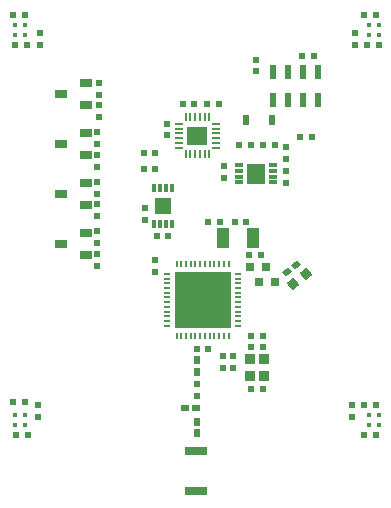
<source format=gtp>
G04 Layer_Color=8421504*
%FSLAX24Y24*%
%MOIN*%
G70*
G01*
G75*
%ADD11R,0.0276X0.0118*%
%ADD12R,0.0642X0.0689*%
%ADD14R,0.0669X0.0606*%
%ADD15O,0.0079X0.0276*%
%ADD16O,0.0276X0.0079*%
%ADD17R,0.0248X0.0327*%
%ADD19R,0.0575X0.0535*%
%ADD20R,0.0118X0.0295*%
%ADD21R,0.0728X0.0315*%
%ADD22R,0.0394X0.0709*%
%ADD23R,0.1850X0.1850*%
%ADD24O,0.0256X0.0079*%
%ADD25O,0.0079X0.0256*%
%ADD26R,0.0335X0.0374*%
%ADD27R,0.0295X0.0315*%
G04:AMPARAMS|DCode=28|XSize=19.7mil|YSize=25.6mil|CornerRadius=0mil|HoleSize=0mil|Usage=FLASHONLY|Rotation=310.000|XOffset=0mil|YOffset=0mil|HoleType=Round|Shape=Rectangle|*
%AMROTATEDRECTD28*
4,1,4,-0.0161,-0.0007,0.0035,0.0158,0.0161,0.0007,-0.0035,-0.0158,-0.0161,-0.0007,0.0*
%
%ADD28ROTATEDRECTD28*%

G04:AMPARAMS|DCode=29|XSize=31.5mil|YSize=29.5mil|CornerRadius=0mil|HoleSize=0mil|Usage=FLASHONLY|Rotation=310.000|XOffset=0mil|YOffset=0mil|HoleType=Round|Shape=Rectangle|*
%AMROTATEDRECTD29*
4,1,4,-0.0214,0.0026,0.0012,0.0216,0.0214,-0.0026,-0.0012,-0.0216,-0.0214,0.0026,0.0*
%
%ADD29ROTATEDRECTD29*%

%ADD30R,0.0177X0.0177*%
%ADD31R,0.0236X0.0197*%
%ADD32R,0.0400X0.0300*%
%ADD33R,0.0236X0.0512*%
%ADD35R,0.0217X0.0236*%
%ADD36R,0.0236X0.0217*%
%ADD37R,0.0197X0.0236*%
%ADD38R,0.0197X0.0256*%
%ADD39R,0.0256X0.0197*%
D11*
X6706Y7321D02*
D03*
Y7912D02*
D03*
X7848Y7321D02*
D03*
Y7518D02*
D03*
Y7715D02*
D03*
Y7912D02*
D03*
X6706Y7518D02*
D03*
Y7715D02*
D03*
D12*
X7277Y7617D02*
D03*
D14*
X5335Y8878D02*
D03*
D15*
X5728Y8268D02*
D03*
X5571D02*
D03*
X5413D02*
D03*
X5256D02*
D03*
X5098D02*
D03*
X4941D02*
D03*
Y9488D02*
D03*
X5098D02*
D03*
X5256D02*
D03*
X5413D02*
D03*
X5571D02*
D03*
X5728D02*
D03*
D16*
X4724Y8484D02*
D03*
Y8642D02*
D03*
Y8799D02*
D03*
Y8957D02*
D03*
Y9114D02*
D03*
Y9272D02*
D03*
X5945D02*
D03*
Y9114D02*
D03*
Y8957D02*
D03*
Y8799D02*
D03*
Y8642D02*
D03*
Y8484D02*
D03*
D17*
X7835Y9409D02*
D03*
X6969D02*
D03*
D19*
X4183Y6535D02*
D03*
D20*
X4085Y7126D02*
D03*
X4281D02*
D03*
X4478D02*
D03*
X3888D02*
D03*
Y5945D02*
D03*
X4085D02*
D03*
X4478D02*
D03*
X4281D02*
D03*
D21*
X5300Y-1631D02*
D03*
Y-2969D02*
D03*
D22*
X7185Y5463D02*
D03*
X6201D02*
D03*
D23*
X5505Y3410D02*
D03*
D24*
X6696Y4276D02*
D03*
Y4119D02*
D03*
Y3961D02*
D03*
Y3804D02*
D03*
Y3646D02*
D03*
Y3489D02*
D03*
Y3331D02*
D03*
Y3174D02*
D03*
Y3016D02*
D03*
Y2859D02*
D03*
Y2701D02*
D03*
Y2544D02*
D03*
X4314D02*
D03*
Y2701D02*
D03*
Y2859D02*
D03*
Y3016D02*
D03*
Y3174D02*
D03*
Y3331D02*
D03*
Y3489D02*
D03*
Y3646D02*
D03*
Y3804D02*
D03*
Y3961D02*
D03*
Y4119D02*
D03*
Y4276D02*
D03*
D25*
X6371Y2219D02*
D03*
X6214D02*
D03*
X6056D02*
D03*
X5899D02*
D03*
X5741D02*
D03*
X5584D02*
D03*
X5426D02*
D03*
X5269D02*
D03*
X5111D02*
D03*
X4954D02*
D03*
X4796D02*
D03*
X4639D02*
D03*
Y4601D02*
D03*
X4796D02*
D03*
X4954D02*
D03*
X5111D02*
D03*
X5269D02*
D03*
X5426D02*
D03*
X5584D02*
D03*
X5741D02*
D03*
X5899D02*
D03*
X6056D02*
D03*
X6214D02*
D03*
X6371D02*
D03*
D26*
X7089Y1425D02*
D03*
X7541D02*
D03*
Y855D02*
D03*
X7089D02*
D03*
D27*
X7904Y4016D02*
D03*
X7372D02*
D03*
X7096Y4488D02*
D03*
X7628D02*
D03*
D28*
X8321Y4329D02*
D03*
X8608Y4569D02*
D03*
D29*
X8944Y4265D02*
D03*
X8537Y3924D02*
D03*
D30*
X-758Y12234D02*
D03*
Y12569D02*
D03*
X-423D02*
D03*
Y12234D02*
D03*
X11053D02*
D03*
Y12569D02*
D03*
X11388D02*
D03*
Y12234D02*
D03*
X-758Y-758D02*
D03*
Y-423D02*
D03*
X-423D02*
D03*
Y-758D02*
D03*
X11053D02*
D03*
Y-423D02*
D03*
X11388D02*
D03*
Y-758D02*
D03*
D31*
X7913Y8583D02*
D03*
X7520D02*
D03*
X7512Y440D02*
D03*
X7118D02*
D03*
X7118Y1840D02*
D03*
X7512D02*
D03*
X5702Y1760D02*
D03*
X5308D02*
D03*
X7057Y4892D02*
D03*
X7451D02*
D03*
X7118Y2190D02*
D03*
X7512D02*
D03*
X6969Y6004D02*
D03*
X6575D02*
D03*
X5689Y6004D02*
D03*
X6083D02*
D03*
X5645Y9921D02*
D03*
X6039D02*
D03*
X4843Y9921D02*
D03*
X5236D02*
D03*
X9227Y11520D02*
D03*
X8833D02*
D03*
D32*
X1606Y4900D02*
D03*
Y5648D02*
D03*
X779Y5274D02*
D03*
X1606Y9890D02*
D03*
Y10638D02*
D03*
X779Y10264D02*
D03*
X1606Y8227D02*
D03*
Y8975D02*
D03*
X779Y8601D02*
D03*
X1606Y6563D02*
D03*
Y7311D02*
D03*
X779Y6937D02*
D03*
D33*
X9343Y10075D02*
D03*
X8851D02*
D03*
X8359D02*
D03*
X7866D02*
D03*
Y11000D02*
D03*
X8359D02*
D03*
X8851D02*
D03*
X9343D02*
D03*
D35*
X7283Y11417D02*
D03*
Y11024D02*
D03*
X3573Y6073D02*
D03*
Y6467D02*
D03*
X20Y-103D02*
D03*
Y-497D02*
D03*
X10500Y-103D02*
D03*
Y-497D02*
D03*
X6230Y7461D02*
D03*
Y7854D02*
D03*
X8300Y7697D02*
D03*
Y7303D02*
D03*
X10600Y11903D02*
D03*
Y12297D02*
D03*
X100Y11903D02*
D03*
Y12297D02*
D03*
X2000Y5697D02*
D03*
Y5303D02*
D03*
Y7347D02*
D03*
Y6953D02*
D03*
Y4553D02*
D03*
Y4947D02*
D03*
Y6203D02*
D03*
Y6597D02*
D03*
Y8997D02*
D03*
Y8603D02*
D03*
X2050Y10647D02*
D03*
Y10253D02*
D03*
X2000Y7853D02*
D03*
Y8247D02*
D03*
X2050Y9503D02*
D03*
Y9897D02*
D03*
D36*
X4370Y5531D02*
D03*
X3976D02*
D03*
X9157Y8820D02*
D03*
X8763D02*
D03*
X-306Y-1100D02*
D03*
X-700D02*
D03*
X-423Y0D02*
D03*
X-817D02*
D03*
X11297Y-100D02*
D03*
X10903D02*
D03*
X6732Y8583D02*
D03*
X7126D02*
D03*
X10903Y-1100D02*
D03*
X11297D02*
D03*
X10903Y12900D02*
D03*
X11297D02*
D03*
X10983Y11900D02*
D03*
X11377D02*
D03*
X-353D02*
D03*
X-747D02*
D03*
X3937Y7756D02*
D03*
X3543D02*
D03*
X3937Y8307D02*
D03*
X3543D02*
D03*
X-403Y12900D02*
D03*
X-797D02*
D03*
D37*
X3937Y4331D02*
D03*
Y4724D02*
D03*
X6185Y1133D02*
D03*
Y1527D02*
D03*
X6535Y1527D02*
D03*
Y1133D02*
D03*
X8300Y8487D02*
D03*
Y8093D02*
D03*
X4331Y8888D02*
D03*
Y9281D02*
D03*
X5305Y597D02*
D03*
Y203D02*
D03*
D38*
Y1013D02*
D03*
Y1387D02*
D03*
Y-1026D02*
D03*
Y-652D02*
D03*
D39*
X5287Y-200D02*
D03*
X4913D02*
D03*
M02*

</source>
